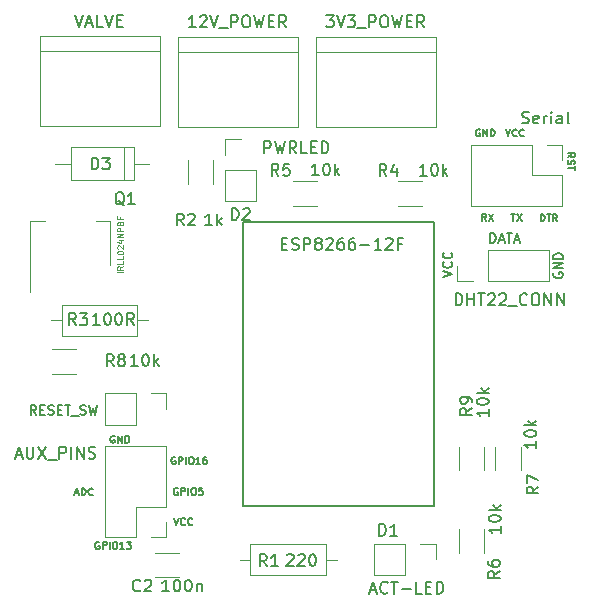
<source format=gto>
%TF.GenerationSoftware,KiCad,Pcbnew,4.0.6*%
%TF.CreationDate,2017-06-22T12:26:56+02:00*%
%TF.ProjectId,esp8266_irrigation_system,657370383236365F6972726967617469,rev?*%
%TF.FileFunction,Legend,Top*%
%FSLAX46Y46*%
G04 Gerber Fmt 4.6, Leading zero omitted, Abs format (unit mm)*
G04 Created by KiCad (PCBNEW 4.0.6) date Thu Jun 22 12:26:56 2017*
%MOMM*%
%LPD*%
G01*
G04 APERTURE LIST*
%ADD10C,0.100000*%
%ADD11C,0.150000*%
%ADD12C,0.200000*%
%ADD13C,0.120000*%
%ADD14C,0.125000*%
G04 APERTURE END LIST*
D10*
D11*
X122780572Y-101604800D02*
X122723429Y-101576229D01*
X122637715Y-101576229D01*
X122552000Y-101604800D01*
X122494858Y-101661943D01*
X122466286Y-101719086D01*
X122437715Y-101833371D01*
X122437715Y-101919086D01*
X122466286Y-102033371D01*
X122494858Y-102090514D01*
X122552000Y-102147657D01*
X122637715Y-102176229D01*
X122694858Y-102176229D01*
X122780572Y-102147657D01*
X122809143Y-102119086D01*
X122809143Y-101919086D01*
X122694858Y-101919086D01*
X123066286Y-102176229D02*
X123066286Y-101576229D01*
X123294858Y-101576229D01*
X123352000Y-101604800D01*
X123380572Y-101633371D01*
X123409143Y-101690514D01*
X123409143Y-101776229D01*
X123380572Y-101833371D01*
X123352000Y-101861943D01*
X123294858Y-101890514D01*
X123066286Y-101890514D01*
X123666286Y-102176229D02*
X123666286Y-101576229D01*
X124066286Y-101576229D02*
X124180572Y-101576229D01*
X124237714Y-101604800D01*
X124294857Y-101661943D01*
X124323429Y-101776229D01*
X124323429Y-101976229D01*
X124294857Y-102090514D01*
X124237714Y-102147657D01*
X124180572Y-102176229D01*
X124066286Y-102176229D01*
X124009143Y-102147657D01*
X123952000Y-102090514D01*
X123923429Y-101976229D01*
X123923429Y-101776229D01*
X123952000Y-101661943D01*
X124009143Y-101604800D01*
X124066286Y-101576229D01*
X124894857Y-102176229D02*
X124552000Y-102176229D01*
X124723428Y-102176229D02*
X124723428Y-101576229D01*
X124666285Y-101661943D01*
X124609143Y-101719086D01*
X124552000Y-101747657D01*
X125094857Y-101576229D02*
X125466286Y-101576229D01*
X125266286Y-101804800D01*
X125352000Y-101804800D01*
X125409143Y-101833371D01*
X125437714Y-101861943D01*
X125466286Y-101919086D01*
X125466286Y-102061943D01*
X125437714Y-102119086D01*
X125409143Y-102147657D01*
X125352000Y-102176229D01*
X125180572Y-102176229D01*
X125123429Y-102147657D01*
X125094857Y-102119086D01*
X120745343Y-97483600D02*
X121031057Y-97483600D01*
X120688200Y-97655029D02*
X120888200Y-97055029D01*
X121088200Y-97655029D01*
X121288200Y-97655029D02*
X121288200Y-97055029D01*
X121431057Y-97055029D01*
X121516772Y-97083600D01*
X121573914Y-97140743D01*
X121602486Y-97197886D01*
X121631057Y-97312171D01*
X121631057Y-97397886D01*
X121602486Y-97512171D01*
X121573914Y-97569314D01*
X121516772Y-97626457D01*
X121431057Y-97655029D01*
X121288200Y-97655029D01*
X122231057Y-97597886D02*
X122202486Y-97626457D01*
X122116772Y-97655029D01*
X122059629Y-97655029D01*
X121973914Y-97626457D01*
X121916772Y-97569314D01*
X121888200Y-97512171D01*
X121859629Y-97397886D01*
X121859629Y-97312171D01*
X121888200Y-97197886D01*
X121916772Y-97140743D01*
X121973914Y-97083600D01*
X122059629Y-97055029D01*
X122116772Y-97055029D01*
X122202486Y-97083600D01*
X122231057Y-97112171D01*
X129441686Y-97032800D02*
X129384543Y-97004229D01*
X129298829Y-97004229D01*
X129213114Y-97032800D01*
X129155972Y-97089943D01*
X129127400Y-97147086D01*
X129098829Y-97261371D01*
X129098829Y-97347086D01*
X129127400Y-97461371D01*
X129155972Y-97518514D01*
X129213114Y-97575657D01*
X129298829Y-97604229D01*
X129355972Y-97604229D01*
X129441686Y-97575657D01*
X129470257Y-97547086D01*
X129470257Y-97347086D01*
X129355972Y-97347086D01*
X129727400Y-97604229D02*
X129727400Y-97004229D01*
X129955972Y-97004229D01*
X130013114Y-97032800D01*
X130041686Y-97061371D01*
X130070257Y-97118514D01*
X130070257Y-97204229D01*
X130041686Y-97261371D01*
X130013114Y-97289943D01*
X129955972Y-97318514D01*
X129727400Y-97318514D01*
X130327400Y-97604229D02*
X130327400Y-97004229D01*
X130727400Y-97004229D02*
X130841686Y-97004229D01*
X130898828Y-97032800D01*
X130955971Y-97089943D01*
X130984543Y-97204229D01*
X130984543Y-97404229D01*
X130955971Y-97518514D01*
X130898828Y-97575657D01*
X130841686Y-97604229D01*
X130727400Y-97604229D01*
X130670257Y-97575657D01*
X130613114Y-97518514D01*
X130584543Y-97404229D01*
X130584543Y-97204229D01*
X130613114Y-97089943D01*
X130670257Y-97032800D01*
X130727400Y-97004229D01*
X131527399Y-97004229D02*
X131241685Y-97004229D01*
X131213114Y-97289943D01*
X131241685Y-97261371D01*
X131298828Y-97232800D01*
X131441685Y-97232800D01*
X131498828Y-97261371D01*
X131527399Y-97289943D01*
X131555971Y-97347086D01*
X131555971Y-97489943D01*
X131527399Y-97547086D01*
X131498828Y-97575657D01*
X131441685Y-97604229D01*
X131298828Y-97604229D01*
X131241685Y-97575657D01*
X131213114Y-97547086D01*
X129232172Y-94416600D02*
X129175029Y-94388029D01*
X129089315Y-94388029D01*
X129003600Y-94416600D01*
X128946458Y-94473743D01*
X128917886Y-94530886D01*
X128889315Y-94645171D01*
X128889315Y-94730886D01*
X128917886Y-94845171D01*
X128946458Y-94902314D01*
X129003600Y-94959457D01*
X129089315Y-94988029D01*
X129146458Y-94988029D01*
X129232172Y-94959457D01*
X129260743Y-94930886D01*
X129260743Y-94730886D01*
X129146458Y-94730886D01*
X129517886Y-94988029D02*
X129517886Y-94388029D01*
X129746458Y-94388029D01*
X129803600Y-94416600D01*
X129832172Y-94445171D01*
X129860743Y-94502314D01*
X129860743Y-94588029D01*
X129832172Y-94645171D01*
X129803600Y-94673743D01*
X129746458Y-94702314D01*
X129517886Y-94702314D01*
X130117886Y-94988029D02*
X130117886Y-94388029D01*
X130517886Y-94388029D02*
X130632172Y-94388029D01*
X130689314Y-94416600D01*
X130746457Y-94473743D01*
X130775029Y-94588029D01*
X130775029Y-94788029D01*
X130746457Y-94902314D01*
X130689314Y-94959457D01*
X130632172Y-94988029D01*
X130517886Y-94988029D01*
X130460743Y-94959457D01*
X130403600Y-94902314D01*
X130375029Y-94788029D01*
X130375029Y-94588029D01*
X130403600Y-94473743D01*
X130460743Y-94416600D01*
X130517886Y-94388029D01*
X131346457Y-94988029D02*
X131003600Y-94988029D01*
X131175028Y-94988029D02*
X131175028Y-94388029D01*
X131117885Y-94473743D01*
X131060743Y-94530886D01*
X131003600Y-94559457D01*
X131860743Y-94388029D02*
X131746457Y-94388029D01*
X131689314Y-94416600D01*
X131660743Y-94445171D01*
X131603600Y-94530886D01*
X131575029Y-94645171D01*
X131575029Y-94873743D01*
X131603600Y-94930886D01*
X131632172Y-94959457D01*
X131689314Y-94988029D01*
X131803600Y-94988029D01*
X131860743Y-94959457D01*
X131889314Y-94930886D01*
X131917886Y-94873743D01*
X131917886Y-94730886D01*
X131889314Y-94673743D01*
X131860743Y-94645171D01*
X131803600Y-94616600D01*
X131689314Y-94616600D01*
X131632172Y-94645171D01*
X131603600Y-94673743D01*
X131575029Y-94730886D01*
X129121000Y-99569629D02*
X129321000Y-100169629D01*
X129521000Y-99569629D01*
X130063857Y-100112486D02*
X130035286Y-100141057D01*
X129949572Y-100169629D01*
X129892429Y-100169629D01*
X129806714Y-100141057D01*
X129749572Y-100083914D01*
X129721000Y-100026771D01*
X129692429Y-99912486D01*
X129692429Y-99826771D01*
X129721000Y-99712486D01*
X129749572Y-99655343D01*
X129806714Y-99598200D01*
X129892429Y-99569629D01*
X129949572Y-99569629D01*
X130035286Y-99598200D01*
X130063857Y-99626771D01*
X130663857Y-100112486D02*
X130635286Y-100141057D01*
X130549572Y-100169629D01*
X130492429Y-100169629D01*
X130406714Y-100141057D01*
X130349572Y-100083914D01*
X130321000Y-100026771D01*
X130292429Y-99912486D01*
X130292429Y-99826771D01*
X130321000Y-99712486D01*
X130349572Y-99655343D01*
X130406714Y-99598200D01*
X130492429Y-99569629D01*
X130549572Y-99569629D01*
X130635286Y-99598200D01*
X130663857Y-99626771D01*
X124079058Y-92613200D02*
X124021915Y-92584629D01*
X123936201Y-92584629D01*
X123850486Y-92613200D01*
X123793344Y-92670343D01*
X123764772Y-92727486D01*
X123736201Y-92841771D01*
X123736201Y-92927486D01*
X123764772Y-93041771D01*
X123793344Y-93098914D01*
X123850486Y-93156057D01*
X123936201Y-93184629D01*
X123993344Y-93184629D01*
X124079058Y-93156057D01*
X124107629Y-93127486D01*
X124107629Y-92927486D01*
X123993344Y-92927486D01*
X124364772Y-93184629D02*
X124364772Y-92584629D01*
X124707629Y-93184629D01*
X124707629Y-92584629D01*
X124993343Y-93184629D02*
X124993343Y-92584629D01*
X125136200Y-92584629D01*
X125221915Y-92613200D01*
X125279057Y-92670343D01*
X125307629Y-92727486D01*
X125336200Y-92841771D01*
X125336200Y-92927486D01*
X125307629Y-93041771D01*
X125279057Y-93098914D01*
X125221915Y-93156057D01*
X125136200Y-93184629D01*
X124993343Y-93184629D01*
X157188000Y-66651229D02*
X157388000Y-67251229D01*
X157588000Y-66651229D01*
X158130857Y-67194086D02*
X158102286Y-67222657D01*
X158016572Y-67251229D01*
X157959429Y-67251229D01*
X157873714Y-67222657D01*
X157816572Y-67165514D01*
X157788000Y-67108371D01*
X157759429Y-66994086D01*
X157759429Y-66908371D01*
X157788000Y-66794086D01*
X157816572Y-66736943D01*
X157873714Y-66679800D01*
X157959429Y-66651229D01*
X158016572Y-66651229D01*
X158102286Y-66679800D01*
X158130857Y-66708371D01*
X158730857Y-67194086D02*
X158702286Y-67222657D01*
X158616572Y-67251229D01*
X158559429Y-67251229D01*
X158473714Y-67222657D01*
X158416572Y-67165514D01*
X158388000Y-67108371D01*
X158359429Y-66994086D01*
X158359429Y-66908371D01*
X158388000Y-66794086D01*
X158416572Y-66736943D01*
X158473714Y-66679800D01*
X158559429Y-66651229D01*
X158616572Y-66651229D01*
X158702286Y-66679800D01*
X158730857Y-66708371D01*
X155551200Y-74388629D02*
X155351200Y-74102914D01*
X155208343Y-74388629D02*
X155208343Y-73788629D01*
X155436915Y-73788629D01*
X155494057Y-73817200D01*
X155522629Y-73845771D01*
X155551200Y-73902914D01*
X155551200Y-73988629D01*
X155522629Y-74045771D01*
X155494057Y-74074343D01*
X155436915Y-74102914D01*
X155208343Y-74102914D01*
X155751200Y-73788629D02*
X156151200Y-74388629D01*
X156151200Y-73788629D02*
X155751200Y-74388629D01*
X157657857Y-73788629D02*
X158000714Y-73788629D01*
X157829285Y-74388629D02*
X157829285Y-73788629D01*
X158143571Y-73788629D02*
X158543571Y-74388629D01*
X158543571Y-73788629D02*
X158143571Y-74388629D01*
X160147086Y-74439429D02*
X160147086Y-73839429D01*
X160289943Y-73839429D01*
X160375658Y-73868000D01*
X160432800Y-73925143D01*
X160461372Y-73982286D01*
X160489943Y-74096571D01*
X160489943Y-74182286D01*
X160461372Y-74296571D01*
X160432800Y-74353714D01*
X160375658Y-74410857D01*
X160289943Y-74439429D01*
X160147086Y-74439429D01*
X160661372Y-73839429D02*
X161004229Y-73839429D01*
X160832800Y-74439429D02*
X160832800Y-73839429D01*
X161547086Y-74439429D02*
X161347086Y-74153714D01*
X161204229Y-74439429D02*
X161204229Y-73839429D01*
X161432801Y-73839429D01*
X161489943Y-73868000D01*
X161518515Y-73896571D01*
X161547086Y-73953714D01*
X161547086Y-74039429D01*
X161518515Y-74096571D01*
X161489943Y-74125143D01*
X161432801Y-74153714D01*
X161204229Y-74153714D01*
X162440971Y-69038828D02*
X162726686Y-68838828D01*
X162440971Y-68695971D02*
X163040971Y-68695971D01*
X163040971Y-68924543D01*
X163012400Y-68981685D01*
X162983829Y-69010257D01*
X162926686Y-69038828D01*
X162840971Y-69038828D01*
X162783829Y-69010257D01*
X162755257Y-68981685D01*
X162726686Y-68924543D01*
X162726686Y-68695971D01*
X162469543Y-69267400D02*
X162440971Y-69353114D01*
X162440971Y-69495971D01*
X162469543Y-69553114D01*
X162498114Y-69581685D01*
X162555257Y-69610257D01*
X162612400Y-69610257D01*
X162669543Y-69581685D01*
X162698114Y-69553114D01*
X162726686Y-69495971D01*
X162755257Y-69381685D01*
X162783829Y-69324543D01*
X162812400Y-69295971D01*
X162869543Y-69267400D01*
X162926686Y-69267400D01*
X162983829Y-69295971D01*
X163012400Y-69324543D01*
X163040971Y-69381685D01*
X163040971Y-69524543D01*
X163012400Y-69610257D01*
X163040971Y-69781686D02*
X163040971Y-70124543D01*
X162440971Y-69953114D02*
X163040971Y-69953114D01*
X155016258Y-66679800D02*
X154959115Y-66651229D01*
X154873401Y-66651229D01*
X154787686Y-66679800D01*
X154730544Y-66736943D01*
X154701972Y-66794086D01*
X154673401Y-66908371D01*
X154673401Y-66994086D01*
X154701972Y-67108371D01*
X154730544Y-67165514D01*
X154787686Y-67222657D01*
X154873401Y-67251229D01*
X154930544Y-67251229D01*
X155016258Y-67222657D01*
X155044829Y-67194086D01*
X155044829Y-66994086D01*
X154930544Y-66994086D01*
X155301972Y-67251229D02*
X155301972Y-66651229D01*
X155644829Y-67251229D01*
X155644829Y-66651229D01*
X155930543Y-67251229D02*
X155930543Y-66651229D01*
X156073400Y-66651229D01*
X156159115Y-66679800D01*
X156216257Y-66736943D01*
X156244829Y-66794086D01*
X156273400Y-66908371D01*
X156273400Y-66994086D01*
X156244829Y-67108371D01*
X156216257Y-67165514D01*
X156159115Y-67222657D01*
X156073400Y-67251229D01*
X155930543Y-67251229D01*
D12*
X155899000Y-76257105D02*
X155899000Y-75457105D01*
X156089476Y-75457105D01*
X156203762Y-75495200D01*
X156279953Y-75571390D01*
X156318048Y-75647581D01*
X156356143Y-75799962D01*
X156356143Y-75914248D01*
X156318048Y-76066629D01*
X156279953Y-76142819D01*
X156203762Y-76219010D01*
X156089476Y-76257105D01*
X155899000Y-76257105D01*
X156660905Y-76028533D02*
X157041857Y-76028533D01*
X156584714Y-76257105D02*
X156851381Y-75457105D01*
X157118048Y-76257105D01*
X157270428Y-75457105D02*
X157727571Y-75457105D01*
X157499000Y-76257105D02*
X157499000Y-75457105D01*
X157956143Y-76028533D02*
X158337095Y-76028533D01*
X157879952Y-76257105D02*
X158146619Y-75457105D01*
X158413286Y-76257105D01*
X161271000Y-78816123D02*
X161232905Y-78892314D01*
X161232905Y-79006599D01*
X161271000Y-79120885D01*
X161347190Y-79197076D01*
X161423381Y-79235171D01*
X161575762Y-79273266D01*
X161690048Y-79273266D01*
X161842429Y-79235171D01*
X161918619Y-79197076D01*
X161994810Y-79120885D01*
X162032905Y-79006599D01*
X162032905Y-78930409D01*
X161994810Y-78816123D01*
X161956714Y-78778028D01*
X161690048Y-78778028D01*
X161690048Y-78930409D01*
X162032905Y-78435171D02*
X161232905Y-78435171D01*
X162032905Y-77978028D01*
X161232905Y-77978028D01*
X162032905Y-77597076D02*
X161232905Y-77597076D01*
X161232905Y-77406600D01*
X161271000Y-77292314D01*
X161347190Y-77216123D01*
X161423381Y-77178028D01*
X161575762Y-77139933D01*
X161690048Y-77139933D01*
X161842429Y-77178028D01*
X161918619Y-77216123D01*
X161994810Y-77292314D01*
X162032905Y-77406600D01*
X162032905Y-77597076D01*
X151860305Y-79146267D02*
X152660305Y-78879600D01*
X151860305Y-78612933D01*
X152584114Y-77889124D02*
X152622210Y-77927219D01*
X152660305Y-78041505D01*
X152660305Y-78117695D01*
X152622210Y-78231981D01*
X152546019Y-78308172D01*
X152469829Y-78346267D01*
X152317448Y-78384362D01*
X152203162Y-78384362D01*
X152050781Y-78346267D01*
X151974590Y-78308172D01*
X151898400Y-78231981D01*
X151860305Y-78117695D01*
X151860305Y-78041505D01*
X151898400Y-77927219D01*
X151936495Y-77889124D01*
X152584114Y-77089124D02*
X152622210Y-77127219D01*
X152660305Y-77241505D01*
X152660305Y-77317695D01*
X152622210Y-77431981D01*
X152546019Y-77508172D01*
X152469829Y-77546267D01*
X152317448Y-77584362D01*
X152203162Y-77584362D01*
X152050781Y-77546267D01*
X151974590Y-77508172D01*
X151898400Y-77431981D01*
X151860305Y-77317695D01*
X151860305Y-77241505D01*
X151898400Y-77127219D01*
X151936495Y-77089124D01*
D13*
X141995600Y-104408600D02*
X141995600Y-101788600D01*
X141995600Y-101788600D02*
X135575600Y-101788600D01*
X135575600Y-101788600D02*
X135575600Y-104408600D01*
X135575600Y-104408600D02*
X141995600Y-104408600D01*
X142885600Y-103098600D02*
X141995600Y-103098600D01*
X134685600Y-103098600D02*
X135575600Y-103098600D01*
X125697600Y-70980600D02*
X125697600Y-68160600D01*
X125697600Y-68160600D02*
X120377600Y-68160600D01*
X120377600Y-68160600D02*
X120377600Y-70980600D01*
X120377600Y-70980600D02*
X125697600Y-70980600D01*
X127037600Y-69570600D02*
X125697600Y-69570600D01*
X119037600Y-69570600D02*
X120377600Y-69570600D01*
X124857600Y-70980600D02*
X124857600Y-68160600D01*
X117729000Y-60045600D02*
X127889000Y-60045600D01*
X117729000Y-58775600D02*
X117729000Y-66395600D01*
X117729000Y-66395600D02*
X127889000Y-66395600D01*
X127889000Y-66395600D02*
X127889000Y-58775600D01*
X127889000Y-58775600D02*
X117729000Y-58775600D01*
X129413000Y-60096400D02*
X139573000Y-60096400D01*
X129413000Y-58826400D02*
X129413000Y-66446400D01*
X129413000Y-66446400D02*
X139573000Y-66446400D01*
X139573000Y-66446400D02*
X139573000Y-58826400D01*
X139573000Y-58826400D02*
X129413000Y-58826400D01*
X159385000Y-67961200D02*
X154245000Y-67961200D01*
X154245000Y-67961200D02*
X154245000Y-73161200D01*
X154245000Y-73161200D02*
X161985000Y-73161200D01*
X161985000Y-73161200D02*
X161985000Y-70561200D01*
X161985000Y-70561200D02*
X159385000Y-70561200D01*
X159385000Y-70561200D02*
X159385000Y-67961200D01*
X160655000Y-67961200D02*
X161985000Y-67961200D01*
X161985000Y-67961200D02*
X161985000Y-69291200D01*
X155702000Y-79536600D02*
X160842000Y-79536600D01*
X160842000Y-79536600D02*
X160842000Y-76876600D01*
X160842000Y-76876600D02*
X155702000Y-76876600D01*
X155702000Y-76876600D02*
X155702000Y-79536600D01*
X154432000Y-79536600D02*
X153102000Y-79536600D01*
X153102000Y-79536600D02*
X153102000Y-78206600D01*
X132438800Y-69288400D02*
X132438800Y-71288400D01*
X130298800Y-71288400D02*
X130298800Y-69288400D01*
X148072600Y-70989800D02*
X150072600Y-70989800D01*
X150072600Y-73129800D02*
X148072600Y-73129800D01*
X141208000Y-73129800D02*
X139208000Y-73129800D01*
X139208000Y-70989800D02*
X141208000Y-70989800D01*
X155400400Y-100523800D02*
X155400400Y-102523800D01*
X153260400Y-102523800D02*
X153260400Y-100523800D01*
X158473800Y-93538800D02*
X158473800Y-95538800D01*
X156333800Y-95538800D02*
X156333800Y-93538800D01*
X125857000Y-88992400D02*
X123257000Y-88992400D01*
X123257000Y-88992400D02*
X123257000Y-91652400D01*
X123257000Y-91652400D02*
X125857000Y-91652400D01*
X125857000Y-91652400D02*
X125857000Y-88992400D01*
X127127000Y-88992400D02*
X128457000Y-88992400D01*
X128457000Y-88992400D02*
X128457000Y-90322400D01*
D11*
X134988300Y-74510900D02*
X151117300Y-74510900D01*
X151117300Y-74510900D02*
X151117300Y-98577400D01*
X151117300Y-98577400D02*
X134988300Y-98513900D01*
X134988300Y-98513900D02*
X134988300Y-74510900D01*
D13*
X148666200Y-101743200D02*
X146066200Y-101743200D01*
X146066200Y-101743200D02*
X146066200Y-104403200D01*
X146066200Y-104403200D02*
X148666200Y-104403200D01*
X148666200Y-104403200D02*
X148666200Y-101743200D01*
X149936200Y-101743200D02*
X151266200Y-101743200D01*
X151266200Y-101743200D02*
X151266200Y-103073200D01*
X133417000Y-70104000D02*
X133417000Y-72704000D01*
X133417000Y-72704000D02*
X136077000Y-72704000D01*
X136077000Y-72704000D02*
X136077000Y-70104000D01*
X136077000Y-70104000D02*
X133417000Y-70104000D01*
X133417000Y-68834000D02*
X133417000Y-67504000D01*
X133417000Y-67504000D02*
X134747000Y-67504000D01*
X127524000Y-104550400D02*
X129524000Y-104550400D01*
X129524000Y-102510400D02*
X127524000Y-102510400D01*
X141097000Y-60096400D02*
X151257000Y-60096400D01*
X141097000Y-58826400D02*
X141097000Y-66446400D01*
X141097000Y-66446400D02*
X151257000Y-66446400D01*
X151257000Y-66446400D02*
X151257000Y-58826400D01*
X151257000Y-58826400D02*
X141097000Y-58826400D01*
X128457000Y-98602800D02*
X128457000Y-93462800D01*
X128457000Y-93462800D02*
X123257000Y-93462800D01*
X123257000Y-93462800D02*
X123257000Y-101202800D01*
X123257000Y-101202800D02*
X125857000Y-101202800D01*
X125857000Y-101202800D02*
X125857000Y-98602800D01*
X125857000Y-98602800D02*
X128457000Y-98602800D01*
X128457000Y-99872800D02*
X128457000Y-101202800D01*
X128457000Y-101202800D02*
X127127000Y-101202800D01*
X123729800Y-74417000D02*
X122469800Y-74417000D01*
X116909800Y-74417000D02*
X118169800Y-74417000D01*
X123729800Y-78177000D02*
X123729800Y-74417000D01*
X116909800Y-80427000D02*
X116909800Y-74417000D01*
X119599000Y-81494000D02*
X119599000Y-84114000D01*
X119599000Y-84114000D02*
X126019000Y-84114000D01*
X126019000Y-84114000D02*
X126019000Y-81494000D01*
X126019000Y-81494000D02*
X119599000Y-81494000D01*
X118709000Y-82804000D02*
X119599000Y-82804000D01*
X126909000Y-82804000D02*
X126019000Y-82804000D01*
X120793000Y-87404600D02*
X118793000Y-87404600D01*
X118793000Y-85264600D02*
X120793000Y-85264600D01*
X155400400Y-93538800D02*
X155400400Y-95538800D01*
X153260400Y-95538800D02*
X153260400Y-93538800D01*
D11*
X136967934Y-103652581D02*
X136634600Y-103176390D01*
X136396505Y-103652581D02*
X136396505Y-102652581D01*
X136777458Y-102652581D01*
X136872696Y-102700200D01*
X136920315Y-102747819D01*
X136967934Y-102843057D01*
X136967934Y-102985914D01*
X136920315Y-103081152D01*
X136872696Y-103128771D01*
X136777458Y-103176390D01*
X136396505Y-103176390D01*
X137920315Y-103652581D02*
X137348886Y-103652581D01*
X137634600Y-103652581D02*
X137634600Y-102652581D01*
X137539362Y-102795438D01*
X137444124Y-102890676D01*
X137348886Y-102938295D01*
X138665105Y-102722419D02*
X138712724Y-102674800D01*
X138807962Y-102627181D01*
X139046058Y-102627181D01*
X139141296Y-102674800D01*
X139188915Y-102722419D01*
X139236534Y-102817657D01*
X139236534Y-102912895D01*
X139188915Y-103055752D01*
X138617486Y-103627181D01*
X139236534Y-103627181D01*
X139617486Y-102722419D02*
X139665105Y-102674800D01*
X139760343Y-102627181D01*
X139998439Y-102627181D01*
X140093677Y-102674800D01*
X140141296Y-102722419D01*
X140188915Y-102817657D01*
X140188915Y-102912895D01*
X140141296Y-103055752D01*
X139569867Y-103627181D01*
X140188915Y-103627181D01*
X140807962Y-102627181D02*
X140903201Y-102627181D01*
X140998439Y-102674800D01*
X141046058Y-102722419D01*
X141093677Y-102817657D01*
X141141296Y-103008133D01*
X141141296Y-103246229D01*
X141093677Y-103436705D01*
X141046058Y-103531943D01*
X140998439Y-103579562D01*
X140903201Y-103627181D01*
X140807962Y-103627181D01*
X140712724Y-103579562D01*
X140665105Y-103531943D01*
X140617486Y-103436705D01*
X140569867Y-103246229D01*
X140569867Y-103008133D01*
X140617486Y-102817657D01*
X140665105Y-102722419D01*
X140712724Y-102674800D01*
X140807962Y-102627181D01*
X122147105Y-70048381D02*
X122147105Y-69048381D01*
X122385200Y-69048381D01*
X122528058Y-69096000D01*
X122623296Y-69191238D01*
X122670915Y-69286476D01*
X122718534Y-69476952D01*
X122718534Y-69619810D01*
X122670915Y-69810286D01*
X122623296Y-69905524D01*
X122528058Y-70000762D01*
X122385200Y-70048381D01*
X122147105Y-70048381D01*
X123051867Y-69048381D02*
X123670915Y-69048381D01*
X123337581Y-69429333D01*
X123480439Y-69429333D01*
X123575677Y-69476952D01*
X123623296Y-69524571D01*
X123670915Y-69619810D01*
X123670915Y-69857905D01*
X123623296Y-69953143D01*
X123575677Y-70000762D01*
X123480439Y-70048381D01*
X123194724Y-70048381D01*
X123099486Y-70000762D01*
X123051867Y-69953143D01*
X120761381Y-56957981D02*
X121094714Y-57957981D01*
X121428048Y-56957981D01*
X121713762Y-57672267D02*
X122189953Y-57672267D01*
X121618524Y-57957981D02*
X121951857Y-56957981D01*
X122285191Y-57957981D01*
X123094715Y-57957981D02*
X122618524Y-57957981D01*
X122618524Y-56957981D01*
X123285191Y-56957981D02*
X123618524Y-57957981D01*
X123951858Y-56957981D01*
X124285191Y-57434171D02*
X124618525Y-57434171D01*
X124761382Y-57957981D02*
X124285191Y-57957981D01*
X124285191Y-56957981D01*
X124761382Y-56957981D01*
X130945381Y-58008781D02*
X130373952Y-58008781D01*
X130659666Y-58008781D02*
X130659666Y-57008781D01*
X130564428Y-57151638D01*
X130469190Y-57246876D01*
X130373952Y-57294495D01*
X131326333Y-57104019D02*
X131373952Y-57056400D01*
X131469190Y-57008781D01*
X131707286Y-57008781D01*
X131802524Y-57056400D01*
X131850143Y-57104019D01*
X131897762Y-57199257D01*
X131897762Y-57294495D01*
X131850143Y-57437352D01*
X131278714Y-58008781D01*
X131897762Y-58008781D01*
X132183476Y-57008781D02*
X132516809Y-58008781D01*
X132850143Y-57008781D01*
X132945381Y-58104019D02*
X133707286Y-58104019D01*
X133945381Y-58008781D02*
X133945381Y-57008781D01*
X134326334Y-57008781D01*
X134421572Y-57056400D01*
X134469191Y-57104019D01*
X134516810Y-57199257D01*
X134516810Y-57342114D01*
X134469191Y-57437352D01*
X134421572Y-57484971D01*
X134326334Y-57532590D01*
X133945381Y-57532590D01*
X135135857Y-57008781D02*
X135326334Y-57008781D01*
X135421572Y-57056400D01*
X135516810Y-57151638D01*
X135564429Y-57342114D01*
X135564429Y-57675448D01*
X135516810Y-57865924D01*
X135421572Y-57961162D01*
X135326334Y-58008781D01*
X135135857Y-58008781D01*
X135040619Y-57961162D01*
X134945381Y-57865924D01*
X134897762Y-57675448D01*
X134897762Y-57342114D01*
X134945381Y-57151638D01*
X135040619Y-57056400D01*
X135135857Y-57008781D01*
X135897762Y-57008781D02*
X136135857Y-58008781D01*
X136326334Y-57294495D01*
X136516810Y-58008781D01*
X136754905Y-57008781D01*
X137135857Y-57484971D02*
X137469191Y-57484971D01*
X137612048Y-58008781D02*
X137135857Y-58008781D01*
X137135857Y-57008781D01*
X137612048Y-57008781D01*
X138612048Y-58008781D02*
X138278714Y-57532590D01*
X138040619Y-58008781D02*
X138040619Y-57008781D01*
X138421572Y-57008781D01*
X138516810Y-57056400D01*
X138564429Y-57104019D01*
X138612048Y-57199257D01*
X138612048Y-57342114D01*
X138564429Y-57437352D01*
X138516810Y-57484971D01*
X138421572Y-57532590D01*
X138040619Y-57532590D01*
X158577209Y-66114562D02*
X158720066Y-66162181D01*
X158958162Y-66162181D01*
X159053400Y-66114562D01*
X159101019Y-66066943D01*
X159148638Y-65971705D01*
X159148638Y-65876467D01*
X159101019Y-65781229D01*
X159053400Y-65733610D01*
X158958162Y-65685990D01*
X158767685Y-65638371D01*
X158672447Y-65590752D01*
X158624828Y-65543133D01*
X158577209Y-65447895D01*
X158577209Y-65352657D01*
X158624828Y-65257419D01*
X158672447Y-65209800D01*
X158767685Y-65162181D01*
X159005781Y-65162181D01*
X159148638Y-65209800D01*
X159958162Y-66114562D02*
X159862924Y-66162181D01*
X159672447Y-66162181D01*
X159577209Y-66114562D01*
X159529590Y-66019324D01*
X159529590Y-65638371D01*
X159577209Y-65543133D01*
X159672447Y-65495514D01*
X159862924Y-65495514D01*
X159958162Y-65543133D01*
X160005781Y-65638371D01*
X160005781Y-65733610D01*
X159529590Y-65828848D01*
X160434352Y-66162181D02*
X160434352Y-65495514D01*
X160434352Y-65685990D02*
X160481971Y-65590752D01*
X160529590Y-65543133D01*
X160624828Y-65495514D01*
X160720067Y-65495514D01*
X161053400Y-66162181D02*
X161053400Y-65495514D01*
X161053400Y-65162181D02*
X161005781Y-65209800D01*
X161053400Y-65257419D01*
X161101019Y-65209800D01*
X161053400Y-65162181D01*
X161053400Y-65257419D01*
X161958162Y-66162181D02*
X161958162Y-65638371D01*
X161910543Y-65543133D01*
X161815305Y-65495514D01*
X161624828Y-65495514D01*
X161529590Y-65543133D01*
X161958162Y-66114562D02*
X161862924Y-66162181D01*
X161624828Y-66162181D01*
X161529590Y-66114562D01*
X161481971Y-66019324D01*
X161481971Y-65924086D01*
X161529590Y-65828848D01*
X161624828Y-65781229D01*
X161862924Y-65781229D01*
X161958162Y-65733610D01*
X162577209Y-66162181D02*
X162481971Y-66114562D01*
X162434352Y-66019324D01*
X162434352Y-65162181D01*
X152959371Y-81554581D02*
X152959371Y-80554581D01*
X153197466Y-80554581D01*
X153340324Y-80602200D01*
X153435562Y-80697438D01*
X153483181Y-80792676D01*
X153530800Y-80983152D01*
X153530800Y-81126010D01*
X153483181Y-81316486D01*
X153435562Y-81411724D01*
X153340324Y-81506962D01*
X153197466Y-81554581D01*
X152959371Y-81554581D01*
X153959371Y-81554581D02*
X153959371Y-80554581D01*
X153959371Y-81030771D02*
X154530800Y-81030771D01*
X154530800Y-81554581D02*
X154530800Y-80554581D01*
X154864133Y-80554581D02*
X155435562Y-80554581D01*
X155149847Y-81554581D02*
X155149847Y-80554581D01*
X155721276Y-80649819D02*
X155768895Y-80602200D01*
X155864133Y-80554581D01*
X156102229Y-80554581D01*
X156197467Y-80602200D01*
X156245086Y-80649819D01*
X156292705Y-80745057D01*
X156292705Y-80840295D01*
X156245086Y-80983152D01*
X155673657Y-81554581D01*
X156292705Y-81554581D01*
X156673657Y-80649819D02*
X156721276Y-80602200D01*
X156816514Y-80554581D01*
X157054610Y-80554581D01*
X157149848Y-80602200D01*
X157197467Y-80649819D01*
X157245086Y-80745057D01*
X157245086Y-80840295D01*
X157197467Y-80983152D01*
X156626038Y-81554581D01*
X157245086Y-81554581D01*
X157435562Y-81649819D02*
X158197467Y-81649819D01*
X159006991Y-81459343D02*
X158959372Y-81506962D01*
X158816515Y-81554581D01*
X158721277Y-81554581D01*
X158578419Y-81506962D01*
X158483181Y-81411724D01*
X158435562Y-81316486D01*
X158387943Y-81126010D01*
X158387943Y-80983152D01*
X158435562Y-80792676D01*
X158483181Y-80697438D01*
X158578419Y-80602200D01*
X158721277Y-80554581D01*
X158816515Y-80554581D01*
X158959372Y-80602200D01*
X159006991Y-80649819D01*
X159626038Y-80554581D02*
X159816515Y-80554581D01*
X159911753Y-80602200D01*
X160006991Y-80697438D01*
X160054610Y-80887914D01*
X160054610Y-81221248D01*
X160006991Y-81411724D01*
X159911753Y-81506962D01*
X159816515Y-81554581D01*
X159626038Y-81554581D01*
X159530800Y-81506962D01*
X159435562Y-81411724D01*
X159387943Y-81221248D01*
X159387943Y-80887914D01*
X159435562Y-80697438D01*
X159530800Y-80602200D01*
X159626038Y-80554581D01*
X160483181Y-81554581D02*
X160483181Y-80554581D01*
X161054610Y-81554581D01*
X161054610Y-80554581D01*
X161530800Y-81554581D02*
X161530800Y-80554581D01*
X162102229Y-81554581D01*
X162102229Y-80554581D01*
X129932134Y-74798181D02*
X129598800Y-74321990D01*
X129360705Y-74798181D02*
X129360705Y-73798181D01*
X129741658Y-73798181D01*
X129836896Y-73845800D01*
X129884515Y-73893419D01*
X129932134Y-73988657D01*
X129932134Y-74131514D01*
X129884515Y-74226752D01*
X129836896Y-74274371D01*
X129741658Y-74321990D01*
X129360705Y-74321990D01*
X130313086Y-73893419D02*
X130360705Y-73845800D01*
X130455943Y-73798181D01*
X130694039Y-73798181D01*
X130789277Y-73845800D01*
X130836896Y-73893419D01*
X130884515Y-73988657D01*
X130884515Y-74083895D01*
X130836896Y-74226752D01*
X130265467Y-74798181D01*
X130884515Y-74798181D01*
X132341953Y-74798181D02*
X131770524Y-74798181D01*
X132056238Y-74798181D02*
X132056238Y-73798181D01*
X131961000Y-73941038D01*
X131865762Y-74036276D01*
X131770524Y-74083895D01*
X132770524Y-74798181D02*
X132770524Y-73798181D01*
X132865762Y-74417229D02*
X133151477Y-74798181D01*
X133151477Y-74131514D02*
X132770524Y-74512467D01*
X147102534Y-70607181D02*
X146769200Y-70130990D01*
X146531105Y-70607181D02*
X146531105Y-69607181D01*
X146912058Y-69607181D01*
X147007296Y-69654800D01*
X147054915Y-69702419D01*
X147102534Y-69797657D01*
X147102534Y-69940514D01*
X147054915Y-70035752D01*
X147007296Y-70083371D01*
X146912058Y-70130990D01*
X146531105Y-70130990D01*
X147959677Y-69940514D02*
X147959677Y-70607181D01*
X147721581Y-69559562D02*
X147483486Y-70273848D01*
X148102534Y-70273848D01*
X150509362Y-70581781D02*
X149937933Y-70581781D01*
X150223647Y-70581781D02*
X150223647Y-69581781D01*
X150128409Y-69724638D01*
X150033171Y-69819876D01*
X149937933Y-69867495D01*
X151128409Y-69581781D02*
X151223648Y-69581781D01*
X151318886Y-69629400D01*
X151366505Y-69677019D01*
X151414124Y-69772257D01*
X151461743Y-69962733D01*
X151461743Y-70200829D01*
X151414124Y-70391305D01*
X151366505Y-70486543D01*
X151318886Y-70534162D01*
X151223648Y-70581781D01*
X151128409Y-70581781D01*
X151033171Y-70534162D01*
X150985552Y-70486543D01*
X150937933Y-70391305D01*
X150890314Y-70200829D01*
X150890314Y-69962733D01*
X150937933Y-69772257D01*
X150985552Y-69677019D01*
X151033171Y-69629400D01*
X151128409Y-69581781D01*
X151890314Y-70581781D02*
X151890314Y-69581781D01*
X151985552Y-70200829D02*
X152271267Y-70581781D01*
X152271267Y-69915114D02*
X151890314Y-70296067D01*
X137958534Y-70581781D02*
X137625200Y-70105590D01*
X137387105Y-70581781D02*
X137387105Y-69581781D01*
X137768058Y-69581781D01*
X137863296Y-69629400D01*
X137910915Y-69677019D01*
X137958534Y-69772257D01*
X137958534Y-69915114D01*
X137910915Y-70010352D01*
X137863296Y-70057971D01*
X137768058Y-70105590D01*
X137387105Y-70105590D01*
X138863296Y-69581781D02*
X138387105Y-69581781D01*
X138339486Y-70057971D01*
X138387105Y-70010352D01*
X138482343Y-69962733D01*
X138720439Y-69962733D01*
X138815677Y-70010352D01*
X138863296Y-70057971D01*
X138910915Y-70153210D01*
X138910915Y-70391305D01*
X138863296Y-70486543D01*
X138815677Y-70534162D01*
X138720439Y-70581781D01*
X138482343Y-70581781D01*
X138387105Y-70534162D01*
X138339486Y-70486543D01*
X141365362Y-70556381D02*
X140793933Y-70556381D01*
X141079647Y-70556381D02*
X141079647Y-69556381D01*
X140984409Y-69699238D01*
X140889171Y-69794476D01*
X140793933Y-69842095D01*
X141984409Y-69556381D02*
X142079648Y-69556381D01*
X142174886Y-69604000D01*
X142222505Y-69651619D01*
X142270124Y-69746857D01*
X142317743Y-69937333D01*
X142317743Y-70175429D01*
X142270124Y-70365905D01*
X142222505Y-70461143D01*
X142174886Y-70508762D01*
X142079648Y-70556381D01*
X141984409Y-70556381D01*
X141889171Y-70508762D01*
X141841552Y-70461143D01*
X141793933Y-70365905D01*
X141746314Y-70175429D01*
X141746314Y-69937333D01*
X141793933Y-69746857D01*
X141841552Y-69651619D01*
X141889171Y-69604000D01*
X141984409Y-69556381D01*
X142746314Y-70556381D02*
X142746314Y-69556381D01*
X142841552Y-70175429D02*
X143127267Y-70556381D01*
X143127267Y-69889714D02*
X142746314Y-70270667D01*
X156687781Y-104052666D02*
X156211590Y-104386000D01*
X156687781Y-104624095D02*
X155687781Y-104624095D01*
X155687781Y-104243142D01*
X155735400Y-104147904D01*
X155783019Y-104100285D01*
X155878257Y-104052666D01*
X156021114Y-104052666D01*
X156116352Y-104100285D01*
X156163971Y-104147904D01*
X156211590Y-104243142D01*
X156211590Y-104624095D01*
X155687781Y-103195523D02*
X155687781Y-103386000D01*
X155735400Y-103481238D01*
X155783019Y-103528857D01*
X155925876Y-103624095D01*
X156116352Y-103671714D01*
X156497305Y-103671714D01*
X156592543Y-103624095D01*
X156640162Y-103576476D01*
X156687781Y-103481238D01*
X156687781Y-103290761D01*
X156640162Y-103195523D01*
X156592543Y-103147904D01*
X156497305Y-103100285D01*
X156259210Y-103100285D01*
X156163971Y-103147904D01*
X156116352Y-103195523D01*
X156068733Y-103290761D01*
X156068733Y-103481238D01*
X156116352Y-103576476D01*
X156163971Y-103624095D01*
X156259210Y-103671714D01*
X156763981Y-100264838D02*
X156763981Y-100836267D01*
X156763981Y-100550553D02*
X155763981Y-100550553D01*
X155906838Y-100645791D01*
X156002076Y-100741029D01*
X156049695Y-100836267D01*
X155763981Y-99645791D02*
X155763981Y-99550552D01*
X155811600Y-99455314D01*
X155859219Y-99407695D01*
X155954457Y-99360076D01*
X156144933Y-99312457D01*
X156383029Y-99312457D01*
X156573505Y-99360076D01*
X156668743Y-99407695D01*
X156716362Y-99455314D01*
X156763981Y-99550552D01*
X156763981Y-99645791D01*
X156716362Y-99741029D01*
X156668743Y-99788648D01*
X156573505Y-99836267D01*
X156383029Y-99883886D01*
X156144933Y-99883886D01*
X155954457Y-99836267D01*
X155859219Y-99788648D01*
X155811600Y-99741029D01*
X155763981Y-99645791D01*
X156763981Y-98883886D02*
X155763981Y-98883886D01*
X156383029Y-98788648D02*
X156763981Y-98502933D01*
X156097314Y-98502933D02*
X156478267Y-98883886D01*
X159964381Y-96915266D02*
X159488190Y-97248600D01*
X159964381Y-97486695D02*
X158964381Y-97486695D01*
X158964381Y-97105742D01*
X159012000Y-97010504D01*
X159059619Y-96962885D01*
X159154857Y-96915266D01*
X159297714Y-96915266D01*
X159392952Y-96962885D01*
X159440571Y-97010504D01*
X159488190Y-97105742D01*
X159488190Y-97486695D01*
X158964381Y-96581933D02*
X158964381Y-95915266D01*
X159964381Y-96343838D01*
X159786581Y-93076638D02*
X159786581Y-93648067D01*
X159786581Y-93362353D02*
X158786581Y-93362353D01*
X158929438Y-93457591D01*
X159024676Y-93552829D01*
X159072295Y-93648067D01*
X158786581Y-92457591D02*
X158786581Y-92362352D01*
X158834200Y-92267114D01*
X158881819Y-92219495D01*
X158977057Y-92171876D01*
X159167533Y-92124257D01*
X159405629Y-92124257D01*
X159596105Y-92171876D01*
X159691343Y-92219495D01*
X159738962Y-92267114D01*
X159786581Y-92362352D01*
X159786581Y-92457591D01*
X159738962Y-92552829D01*
X159691343Y-92600448D01*
X159596105Y-92648067D01*
X159405629Y-92695686D01*
X159167533Y-92695686D01*
X158977057Y-92648067D01*
X158881819Y-92600448D01*
X158834200Y-92552829D01*
X158786581Y-92457591D01*
X159786581Y-91695686D02*
X158786581Y-91695686D01*
X159405629Y-91600448D02*
X159786581Y-91314733D01*
X159119914Y-91314733D02*
X159500867Y-91695686D01*
X117456237Y-90811305D02*
X117189570Y-90430352D01*
X116999094Y-90811305D02*
X116999094Y-90011305D01*
X117303856Y-90011305D01*
X117380047Y-90049400D01*
X117418142Y-90087495D01*
X117456237Y-90163686D01*
X117456237Y-90277971D01*
X117418142Y-90354162D01*
X117380047Y-90392257D01*
X117303856Y-90430352D01*
X116999094Y-90430352D01*
X117799094Y-90392257D02*
X118065761Y-90392257D01*
X118180047Y-90811305D02*
X117799094Y-90811305D01*
X117799094Y-90011305D01*
X118180047Y-90011305D01*
X118484809Y-90773210D02*
X118599095Y-90811305D01*
X118789571Y-90811305D01*
X118865761Y-90773210D01*
X118903857Y-90735114D01*
X118941952Y-90658924D01*
X118941952Y-90582733D01*
X118903857Y-90506543D01*
X118865761Y-90468448D01*
X118789571Y-90430352D01*
X118637190Y-90392257D01*
X118560999Y-90354162D01*
X118522904Y-90316067D01*
X118484809Y-90239876D01*
X118484809Y-90163686D01*
X118522904Y-90087495D01*
X118560999Y-90049400D01*
X118637190Y-90011305D01*
X118827666Y-90011305D01*
X118941952Y-90049400D01*
X119284809Y-90392257D02*
X119551476Y-90392257D01*
X119665762Y-90811305D02*
X119284809Y-90811305D01*
X119284809Y-90011305D01*
X119665762Y-90011305D01*
X119894333Y-90011305D02*
X120351476Y-90011305D01*
X120122905Y-90811305D02*
X120122905Y-90011305D01*
X120427667Y-90887495D02*
X121037191Y-90887495D01*
X121189572Y-90773210D02*
X121303858Y-90811305D01*
X121494334Y-90811305D01*
X121570524Y-90773210D01*
X121608620Y-90735114D01*
X121646715Y-90658924D01*
X121646715Y-90582733D01*
X121608620Y-90506543D01*
X121570524Y-90468448D01*
X121494334Y-90430352D01*
X121341953Y-90392257D01*
X121265762Y-90354162D01*
X121227667Y-90316067D01*
X121189572Y-90239876D01*
X121189572Y-90163686D01*
X121227667Y-90087495D01*
X121265762Y-90049400D01*
X121341953Y-90011305D01*
X121532429Y-90011305D01*
X121646715Y-90049400D01*
X121913382Y-90011305D02*
X122103858Y-90811305D01*
X122256239Y-90239876D01*
X122408620Y-90811305D01*
X122599096Y-90011305D01*
X138236962Y-76331771D02*
X138570296Y-76331771D01*
X138713153Y-76855581D02*
X138236962Y-76855581D01*
X138236962Y-75855581D01*
X138713153Y-75855581D01*
X139094105Y-76807962D02*
X139236962Y-76855581D01*
X139475058Y-76855581D01*
X139570296Y-76807962D01*
X139617915Y-76760343D01*
X139665534Y-76665105D01*
X139665534Y-76569867D01*
X139617915Y-76474629D01*
X139570296Y-76427010D01*
X139475058Y-76379390D01*
X139284581Y-76331771D01*
X139189343Y-76284152D01*
X139141724Y-76236533D01*
X139094105Y-76141295D01*
X139094105Y-76046057D01*
X139141724Y-75950819D01*
X139189343Y-75903200D01*
X139284581Y-75855581D01*
X139522677Y-75855581D01*
X139665534Y-75903200D01*
X140094105Y-76855581D02*
X140094105Y-75855581D01*
X140475058Y-75855581D01*
X140570296Y-75903200D01*
X140617915Y-75950819D01*
X140665534Y-76046057D01*
X140665534Y-76188914D01*
X140617915Y-76284152D01*
X140570296Y-76331771D01*
X140475058Y-76379390D01*
X140094105Y-76379390D01*
X141236962Y-76284152D02*
X141141724Y-76236533D01*
X141094105Y-76188914D01*
X141046486Y-76093676D01*
X141046486Y-76046057D01*
X141094105Y-75950819D01*
X141141724Y-75903200D01*
X141236962Y-75855581D01*
X141427439Y-75855581D01*
X141522677Y-75903200D01*
X141570296Y-75950819D01*
X141617915Y-76046057D01*
X141617915Y-76093676D01*
X141570296Y-76188914D01*
X141522677Y-76236533D01*
X141427439Y-76284152D01*
X141236962Y-76284152D01*
X141141724Y-76331771D01*
X141094105Y-76379390D01*
X141046486Y-76474629D01*
X141046486Y-76665105D01*
X141094105Y-76760343D01*
X141141724Y-76807962D01*
X141236962Y-76855581D01*
X141427439Y-76855581D01*
X141522677Y-76807962D01*
X141570296Y-76760343D01*
X141617915Y-76665105D01*
X141617915Y-76474629D01*
X141570296Y-76379390D01*
X141522677Y-76331771D01*
X141427439Y-76284152D01*
X141998867Y-75950819D02*
X142046486Y-75903200D01*
X142141724Y-75855581D01*
X142379820Y-75855581D01*
X142475058Y-75903200D01*
X142522677Y-75950819D01*
X142570296Y-76046057D01*
X142570296Y-76141295D01*
X142522677Y-76284152D01*
X141951248Y-76855581D01*
X142570296Y-76855581D01*
X143427439Y-75855581D02*
X143236962Y-75855581D01*
X143141724Y-75903200D01*
X143094105Y-75950819D01*
X142998867Y-76093676D01*
X142951248Y-76284152D01*
X142951248Y-76665105D01*
X142998867Y-76760343D01*
X143046486Y-76807962D01*
X143141724Y-76855581D01*
X143332201Y-76855581D01*
X143427439Y-76807962D01*
X143475058Y-76760343D01*
X143522677Y-76665105D01*
X143522677Y-76427010D01*
X143475058Y-76331771D01*
X143427439Y-76284152D01*
X143332201Y-76236533D01*
X143141724Y-76236533D01*
X143046486Y-76284152D01*
X142998867Y-76331771D01*
X142951248Y-76427010D01*
X144379820Y-75855581D02*
X144189343Y-75855581D01*
X144094105Y-75903200D01*
X144046486Y-75950819D01*
X143951248Y-76093676D01*
X143903629Y-76284152D01*
X143903629Y-76665105D01*
X143951248Y-76760343D01*
X143998867Y-76807962D01*
X144094105Y-76855581D01*
X144284582Y-76855581D01*
X144379820Y-76807962D01*
X144427439Y-76760343D01*
X144475058Y-76665105D01*
X144475058Y-76427010D01*
X144427439Y-76331771D01*
X144379820Y-76284152D01*
X144284582Y-76236533D01*
X144094105Y-76236533D01*
X143998867Y-76284152D01*
X143951248Y-76331771D01*
X143903629Y-76427010D01*
X144903629Y-76474629D02*
X145665534Y-76474629D01*
X146665534Y-76855581D02*
X146094105Y-76855581D01*
X146379819Y-76855581D02*
X146379819Y-75855581D01*
X146284581Y-75998438D01*
X146189343Y-76093676D01*
X146094105Y-76141295D01*
X147046486Y-75950819D02*
X147094105Y-75903200D01*
X147189343Y-75855581D01*
X147427439Y-75855581D01*
X147522677Y-75903200D01*
X147570296Y-75950819D01*
X147617915Y-76046057D01*
X147617915Y-76141295D01*
X147570296Y-76284152D01*
X146998867Y-76855581D01*
X147617915Y-76855581D01*
X148379820Y-76331771D02*
X148046486Y-76331771D01*
X148046486Y-76855581D02*
X148046486Y-75855581D01*
X148522677Y-75855581D01*
X146480305Y-101061781D02*
X146480305Y-100061781D01*
X146718400Y-100061781D01*
X146861258Y-100109400D01*
X146956496Y-100204638D01*
X147004115Y-100299876D01*
X147051734Y-100490352D01*
X147051734Y-100633210D01*
X147004115Y-100823686D01*
X146956496Y-100918924D01*
X146861258Y-101014162D01*
X146718400Y-101061781D01*
X146480305Y-101061781D01*
X148004115Y-101061781D02*
X147432686Y-101061781D01*
X147718400Y-101061781D02*
X147718400Y-100061781D01*
X147623162Y-100204638D01*
X147527924Y-100299876D01*
X147432686Y-100347495D01*
X145723362Y-105678267D02*
X146199553Y-105678267D01*
X145628124Y-105963981D02*
X145961457Y-104963981D01*
X146294791Y-105963981D01*
X147199553Y-105868743D02*
X147151934Y-105916362D01*
X147009077Y-105963981D01*
X146913839Y-105963981D01*
X146770981Y-105916362D01*
X146675743Y-105821124D01*
X146628124Y-105725886D01*
X146580505Y-105535410D01*
X146580505Y-105392552D01*
X146628124Y-105202076D01*
X146675743Y-105106838D01*
X146770981Y-105011600D01*
X146913839Y-104963981D01*
X147009077Y-104963981D01*
X147151934Y-105011600D01*
X147199553Y-105059219D01*
X147485267Y-104963981D02*
X148056696Y-104963981D01*
X147770981Y-105963981D02*
X147770981Y-104963981D01*
X148390029Y-105583029D02*
X149151934Y-105583029D01*
X150104315Y-105963981D02*
X149628124Y-105963981D01*
X149628124Y-104963981D01*
X150437648Y-105440171D02*
X150770982Y-105440171D01*
X150913839Y-105963981D02*
X150437648Y-105963981D01*
X150437648Y-104963981D01*
X150913839Y-104963981D01*
X151342410Y-105963981D02*
X151342410Y-104963981D01*
X151580505Y-104963981D01*
X151723363Y-105011600D01*
X151818601Y-105106838D01*
X151866220Y-105202076D01*
X151913839Y-105392552D01*
X151913839Y-105535410D01*
X151866220Y-105725886D01*
X151818601Y-105821124D01*
X151723363Y-105916362D01*
X151580505Y-105963981D01*
X151342410Y-105963981D01*
X134008905Y-74340981D02*
X134008905Y-73340981D01*
X134247000Y-73340981D01*
X134389858Y-73388600D01*
X134485096Y-73483838D01*
X134532715Y-73579076D01*
X134580334Y-73769552D01*
X134580334Y-73912410D01*
X134532715Y-74102886D01*
X134485096Y-74198124D01*
X134389858Y-74293362D01*
X134247000Y-74340981D01*
X134008905Y-74340981D01*
X134961286Y-73436219D02*
X135008905Y-73388600D01*
X135104143Y-73340981D01*
X135342239Y-73340981D01*
X135437477Y-73388600D01*
X135485096Y-73436219D01*
X135532715Y-73531457D01*
X135532715Y-73626695D01*
X135485096Y-73769552D01*
X134913667Y-74340981D01*
X135532715Y-74340981D01*
X136755524Y-68676781D02*
X136755524Y-67676781D01*
X137136477Y-67676781D01*
X137231715Y-67724400D01*
X137279334Y-67772019D01*
X137326953Y-67867257D01*
X137326953Y-68010114D01*
X137279334Y-68105352D01*
X137231715Y-68152971D01*
X137136477Y-68200590D01*
X136755524Y-68200590D01*
X137660286Y-67676781D02*
X137898381Y-68676781D01*
X138088858Y-67962495D01*
X138279334Y-68676781D01*
X138517429Y-67676781D01*
X139469810Y-68676781D02*
X139136476Y-68200590D01*
X138898381Y-68676781D02*
X138898381Y-67676781D01*
X139279334Y-67676781D01*
X139374572Y-67724400D01*
X139422191Y-67772019D01*
X139469810Y-67867257D01*
X139469810Y-68010114D01*
X139422191Y-68105352D01*
X139374572Y-68152971D01*
X139279334Y-68200590D01*
X138898381Y-68200590D01*
X140374572Y-68676781D02*
X139898381Y-68676781D01*
X139898381Y-67676781D01*
X140707905Y-68152971D02*
X141041239Y-68152971D01*
X141184096Y-68676781D02*
X140707905Y-68676781D01*
X140707905Y-67676781D01*
X141184096Y-67676781D01*
X141612667Y-68676781D02*
X141612667Y-67676781D01*
X141850762Y-67676781D01*
X141993620Y-67724400D01*
X142088858Y-67819638D01*
X142136477Y-67914876D01*
X142184096Y-68105352D01*
X142184096Y-68248210D01*
X142136477Y-68438686D01*
X142088858Y-68533924D01*
X141993620Y-68629162D01*
X141850762Y-68676781D01*
X141612667Y-68676781D01*
X126249134Y-105690943D02*
X126201515Y-105738562D01*
X126058658Y-105786181D01*
X125963420Y-105786181D01*
X125820562Y-105738562D01*
X125725324Y-105643324D01*
X125677705Y-105548086D01*
X125630086Y-105357610D01*
X125630086Y-105214752D01*
X125677705Y-105024276D01*
X125725324Y-104929038D01*
X125820562Y-104833800D01*
X125963420Y-104786181D01*
X126058658Y-104786181D01*
X126201515Y-104833800D01*
X126249134Y-104881419D01*
X126630086Y-104881419D02*
X126677705Y-104833800D01*
X126772943Y-104786181D01*
X127011039Y-104786181D01*
X127106277Y-104833800D01*
X127153896Y-104881419D01*
X127201515Y-104976657D01*
X127201515Y-105071895D01*
X127153896Y-105214752D01*
X126582467Y-105786181D01*
X127201515Y-105786181D01*
X128700353Y-105786181D02*
X128128924Y-105786181D01*
X128414638Y-105786181D02*
X128414638Y-104786181D01*
X128319400Y-104929038D01*
X128224162Y-105024276D01*
X128128924Y-105071895D01*
X129319400Y-104786181D02*
X129414639Y-104786181D01*
X129509877Y-104833800D01*
X129557496Y-104881419D01*
X129605115Y-104976657D01*
X129652734Y-105167133D01*
X129652734Y-105405229D01*
X129605115Y-105595705D01*
X129557496Y-105690943D01*
X129509877Y-105738562D01*
X129414639Y-105786181D01*
X129319400Y-105786181D01*
X129224162Y-105738562D01*
X129176543Y-105690943D01*
X129128924Y-105595705D01*
X129081305Y-105405229D01*
X129081305Y-105167133D01*
X129128924Y-104976657D01*
X129176543Y-104881419D01*
X129224162Y-104833800D01*
X129319400Y-104786181D01*
X130271781Y-104786181D02*
X130367020Y-104786181D01*
X130462258Y-104833800D01*
X130509877Y-104881419D01*
X130557496Y-104976657D01*
X130605115Y-105167133D01*
X130605115Y-105405229D01*
X130557496Y-105595705D01*
X130509877Y-105690943D01*
X130462258Y-105738562D01*
X130367020Y-105786181D01*
X130271781Y-105786181D01*
X130176543Y-105738562D01*
X130128924Y-105690943D01*
X130081305Y-105595705D01*
X130033686Y-105405229D01*
X130033686Y-105167133D01*
X130081305Y-104976657D01*
X130128924Y-104881419D01*
X130176543Y-104833800D01*
X130271781Y-104786181D01*
X131033686Y-105119514D02*
X131033686Y-105786181D01*
X131033686Y-105214752D02*
X131081305Y-105167133D01*
X131176543Y-105119514D01*
X131319401Y-105119514D01*
X131414639Y-105167133D01*
X131462258Y-105262371D01*
X131462258Y-105786181D01*
X142010333Y-57008781D02*
X142629381Y-57008781D01*
X142296047Y-57389733D01*
X142438905Y-57389733D01*
X142534143Y-57437352D01*
X142581762Y-57484971D01*
X142629381Y-57580210D01*
X142629381Y-57818305D01*
X142581762Y-57913543D01*
X142534143Y-57961162D01*
X142438905Y-58008781D01*
X142153190Y-58008781D01*
X142057952Y-57961162D01*
X142010333Y-57913543D01*
X142915095Y-57008781D02*
X143248428Y-58008781D01*
X143581762Y-57008781D01*
X143819857Y-57008781D02*
X144438905Y-57008781D01*
X144105571Y-57389733D01*
X144248429Y-57389733D01*
X144343667Y-57437352D01*
X144391286Y-57484971D01*
X144438905Y-57580210D01*
X144438905Y-57818305D01*
X144391286Y-57913543D01*
X144343667Y-57961162D01*
X144248429Y-58008781D01*
X143962714Y-58008781D01*
X143867476Y-57961162D01*
X143819857Y-57913543D01*
X144629381Y-58104019D02*
X145391286Y-58104019D01*
X145629381Y-58008781D02*
X145629381Y-57008781D01*
X146010334Y-57008781D01*
X146105572Y-57056400D01*
X146153191Y-57104019D01*
X146200810Y-57199257D01*
X146200810Y-57342114D01*
X146153191Y-57437352D01*
X146105572Y-57484971D01*
X146010334Y-57532590D01*
X145629381Y-57532590D01*
X146819857Y-57008781D02*
X147010334Y-57008781D01*
X147105572Y-57056400D01*
X147200810Y-57151638D01*
X147248429Y-57342114D01*
X147248429Y-57675448D01*
X147200810Y-57865924D01*
X147105572Y-57961162D01*
X147010334Y-58008781D01*
X146819857Y-58008781D01*
X146724619Y-57961162D01*
X146629381Y-57865924D01*
X146581762Y-57675448D01*
X146581762Y-57342114D01*
X146629381Y-57151638D01*
X146724619Y-57056400D01*
X146819857Y-57008781D01*
X147581762Y-57008781D02*
X147819857Y-58008781D01*
X148010334Y-57294495D01*
X148200810Y-58008781D01*
X148438905Y-57008781D01*
X148819857Y-57484971D02*
X149153191Y-57484971D01*
X149296048Y-58008781D02*
X148819857Y-58008781D01*
X148819857Y-57008781D01*
X149296048Y-57008781D01*
X150296048Y-58008781D02*
X149962714Y-57532590D01*
X149724619Y-58008781D02*
X149724619Y-57008781D01*
X150105572Y-57008781D01*
X150200810Y-57056400D01*
X150248429Y-57104019D01*
X150296048Y-57199257D01*
X150296048Y-57342114D01*
X150248429Y-57437352D01*
X150200810Y-57484971D01*
X150105572Y-57532590D01*
X149724619Y-57532590D01*
X115743457Y-94248267D02*
X116219648Y-94248267D01*
X115648219Y-94533981D02*
X115981552Y-93533981D01*
X116314886Y-94533981D01*
X116648219Y-93533981D02*
X116648219Y-94343505D01*
X116695838Y-94438743D01*
X116743457Y-94486362D01*
X116838695Y-94533981D01*
X117029172Y-94533981D01*
X117124410Y-94486362D01*
X117172029Y-94438743D01*
X117219648Y-94343505D01*
X117219648Y-93533981D01*
X117600600Y-93533981D02*
X118267267Y-94533981D01*
X118267267Y-93533981D02*
X117600600Y-94533981D01*
X118410124Y-94629219D02*
X119172029Y-94629219D01*
X119410124Y-94533981D02*
X119410124Y-93533981D01*
X119791077Y-93533981D01*
X119886315Y-93581600D01*
X119933934Y-93629219D01*
X119981553Y-93724457D01*
X119981553Y-93867314D01*
X119933934Y-93962552D01*
X119886315Y-94010171D01*
X119791077Y-94057790D01*
X119410124Y-94057790D01*
X120410124Y-94533981D02*
X120410124Y-93533981D01*
X120886314Y-94533981D02*
X120886314Y-93533981D01*
X121457743Y-94533981D01*
X121457743Y-93533981D01*
X121886314Y-94486362D02*
X122029171Y-94533981D01*
X122267267Y-94533981D01*
X122362505Y-94486362D01*
X122410124Y-94438743D01*
X122457743Y-94343505D01*
X122457743Y-94248267D01*
X122410124Y-94153029D01*
X122362505Y-94105410D01*
X122267267Y-94057790D01*
X122076790Y-94010171D01*
X121981552Y-93962552D01*
X121933933Y-93914933D01*
X121886314Y-93819695D01*
X121886314Y-93724457D01*
X121933933Y-93629219D01*
X121981552Y-93581600D01*
X122076790Y-93533981D01*
X122314886Y-93533981D01*
X122457743Y-93581600D01*
X124898162Y-73090019D02*
X124802924Y-73042400D01*
X124707686Y-72947162D01*
X124564829Y-72804305D01*
X124469590Y-72756686D01*
X124374352Y-72756686D01*
X124421971Y-72994781D02*
X124326733Y-72947162D01*
X124231495Y-72851924D01*
X124183876Y-72661448D01*
X124183876Y-72328114D01*
X124231495Y-72137638D01*
X124326733Y-72042400D01*
X124421971Y-71994781D01*
X124612448Y-71994781D01*
X124707686Y-72042400D01*
X124802924Y-72137638D01*
X124850543Y-72328114D01*
X124850543Y-72661448D01*
X124802924Y-72851924D01*
X124707686Y-72947162D01*
X124612448Y-72994781D01*
X124421971Y-72994781D01*
X125802924Y-72994781D02*
X125231495Y-72994781D01*
X125517209Y-72994781D02*
X125517209Y-71994781D01*
X125421971Y-72137638D01*
X125326733Y-72232876D01*
X125231495Y-72280495D01*
D14*
X124813190Y-78773837D02*
X124313190Y-78773837D01*
X124813190Y-78250028D02*
X124575095Y-78416695D01*
X124813190Y-78535742D02*
X124313190Y-78535742D01*
X124313190Y-78345266D01*
X124337000Y-78297647D01*
X124360810Y-78273838D01*
X124408429Y-78250028D01*
X124479857Y-78250028D01*
X124527476Y-78273838D01*
X124551286Y-78297647D01*
X124575095Y-78345266D01*
X124575095Y-78535742D01*
X124813190Y-77797647D02*
X124813190Y-78035742D01*
X124313190Y-78035742D01*
X124813190Y-77392885D02*
X124813190Y-77630980D01*
X124313190Y-77630980D01*
X124313190Y-77130980D02*
X124313190Y-77083361D01*
X124337000Y-77035742D01*
X124360810Y-77011933D01*
X124408429Y-76988123D01*
X124503667Y-76964314D01*
X124622714Y-76964314D01*
X124717952Y-76988123D01*
X124765571Y-77011933D01*
X124789381Y-77035742D01*
X124813190Y-77083361D01*
X124813190Y-77130980D01*
X124789381Y-77178599D01*
X124765571Y-77202409D01*
X124717952Y-77226218D01*
X124622714Y-77250028D01*
X124503667Y-77250028D01*
X124408429Y-77226218D01*
X124360810Y-77202409D01*
X124337000Y-77178599D01*
X124313190Y-77130980D01*
X124360810Y-76773838D02*
X124337000Y-76750028D01*
X124313190Y-76702409D01*
X124313190Y-76583362D01*
X124337000Y-76535743D01*
X124360810Y-76511933D01*
X124408429Y-76488124D01*
X124456048Y-76488124D01*
X124527476Y-76511933D01*
X124813190Y-76797647D01*
X124813190Y-76488124D01*
X124479857Y-76059553D02*
X124813190Y-76059553D01*
X124289381Y-76178600D02*
X124646524Y-76297648D01*
X124646524Y-75988124D01*
X124813190Y-75797648D02*
X124313190Y-75797648D01*
X124813190Y-75511934D01*
X124313190Y-75511934D01*
X124813190Y-75273838D02*
X124313190Y-75273838D01*
X124313190Y-75083362D01*
X124337000Y-75035743D01*
X124360810Y-75011934D01*
X124408429Y-74988124D01*
X124479857Y-74988124D01*
X124527476Y-75011934D01*
X124551286Y-75035743D01*
X124575095Y-75083362D01*
X124575095Y-75273838D01*
X124551286Y-74607172D02*
X124575095Y-74535743D01*
X124598905Y-74511934D01*
X124646524Y-74488124D01*
X124717952Y-74488124D01*
X124765571Y-74511934D01*
X124789381Y-74535743D01*
X124813190Y-74583362D01*
X124813190Y-74773838D01*
X124313190Y-74773838D01*
X124313190Y-74607172D01*
X124337000Y-74559553D01*
X124360810Y-74535743D01*
X124408429Y-74511934D01*
X124456048Y-74511934D01*
X124503667Y-74535743D01*
X124527476Y-74559553D01*
X124551286Y-74607172D01*
X124551286Y-74773838D01*
X124551286Y-74107172D02*
X124551286Y-74273838D01*
X124813190Y-74273838D02*
X124313190Y-74273838D01*
X124313190Y-74035743D01*
D11*
X120813534Y-83230981D02*
X120480200Y-82754790D01*
X120242105Y-83230981D02*
X120242105Y-82230981D01*
X120623058Y-82230981D01*
X120718296Y-82278600D01*
X120765915Y-82326219D01*
X120813534Y-82421457D01*
X120813534Y-82564314D01*
X120765915Y-82659552D01*
X120718296Y-82707171D01*
X120623058Y-82754790D01*
X120242105Y-82754790D01*
X121146867Y-82230981D02*
X121765915Y-82230981D01*
X121432581Y-82611933D01*
X121575439Y-82611933D01*
X121670677Y-82659552D01*
X121718296Y-82707171D01*
X121765915Y-82802410D01*
X121765915Y-83040505D01*
X121718296Y-83135743D01*
X121670677Y-83183362D01*
X121575439Y-83230981D01*
X121289724Y-83230981D01*
X121194486Y-83183362D01*
X121146867Y-83135743D01*
X122810734Y-83205581D02*
X122239305Y-83205581D01*
X122525019Y-83205581D02*
X122525019Y-82205581D01*
X122429781Y-82348438D01*
X122334543Y-82443676D01*
X122239305Y-82491295D01*
X123429781Y-82205581D02*
X123525020Y-82205581D01*
X123620258Y-82253200D01*
X123667877Y-82300819D01*
X123715496Y-82396057D01*
X123763115Y-82586533D01*
X123763115Y-82824629D01*
X123715496Y-83015105D01*
X123667877Y-83110343D01*
X123620258Y-83157962D01*
X123525020Y-83205581D01*
X123429781Y-83205581D01*
X123334543Y-83157962D01*
X123286924Y-83110343D01*
X123239305Y-83015105D01*
X123191686Y-82824629D01*
X123191686Y-82586533D01*
X123239305Y-82396057D01*
X123286924Y-82300819D01*
X123334543Y-82253200D01*
X123429781Y-82205581D01*
X124382162Y-82205581D02*
X124477401Y-82205581D01*
X124572639Y-82253200D01*
X124620258Y-82300819D01*
X124667877Y-82396057D01*
X124715496Y-82586533D01*
X124715496Y-82824629D01*
X124667877Y-83015105D01*
X124620258Y-83110343D01*
X124572639Y-83157962D01*
X124477401Y-83205581D01*
X124382162Y-83205581D01*
X124286924Y-83157962D01*
X124239305Y-83110343D01*
X124191686Y-83015105D01*
X124144067Y-82824629D01*
X124144067Y-82586533D01*
X124191686Y-82396057D01*
X124239305Y-82300819D01*
X124286924Y-82253200D01*
X124382162Y-82205581D01*
X125715496Y-83205581D02*
X125382162Y-82729390D01*
X125144067Y-83205581D02*
X125144067Y-82205581D01*
X125525020Y-82205581D01*
X125620258Y-82253200D01*
X125667877Y-82300819D01*
X125715496Y-82396057D01*
X125715496Y-82538914D01*
X125667877Y-82634152D01*
X125620258Y-82681771D01*
X125525020Y-82729390D01*
X125144067Y-82729390D01*
X124013934Y-86710781D02*
X123680600Y-86234590D01*
X123442505Y-86710781D02*
X123442505Y-85710781D01*
X123823458Y-85710781D01*
X123918696Y-85758400D01*
X123966315Y-85806019D01*
X124013934Y-85901257D01*
X124013934Y-86044114D01*
X123966315Y-86139352D01*
X123918696Y-86186971D01*
X123823458Y-86234590D01*
X123442505Y-86234590D01*
X124585362Y-86139352D02*
X124490124Y-86091733D01*
X124442505Y-86044114D01*
X124394886Y-85948876D01*
X124394886Y-85901257D01*
X124442505Y-85806019D01*
X124490124Y-85758400D01*
X124585362Y-85710781D01*
X124775839Y-85710781D01*
X124871077Y-85758400D01*
X124918696Y-85806019D01*
X124966315Y-85901257D01*
X124966315Y-85948876D01*
X124918696Y-86044114D01*
X124871077Y-86091733D01*
X124775839Y-86139352D01*
X124585362Y-86139352D01*
X124490124Y-86186971D01*
X124442505Y-86234590D01*
X124394886Y-86329829D01*
X124394886Y-86520305D01*
X124442505Y-86615543D01*
X124490124Y-86663162D01*
X124585362Y-86710781D01*
X124775839Y-86710781D01*
X124871077Y-86663162D01*
X124918696Y-86615543D01*
X124966315Y-86520305D01*
X124966315Y-86329829D01*
X124918696Y-86234590D01*
X124871077Y-86186971D01*
X124775839Y-86139352D01*
X126049162Y-86685381D02*
X125477733Y-86685381D01*
X125763447Y-86685381D02*
X125763447Y-85685381D01*
X125668209Y-85828238D01*
X125572971Y-85923476D01*
X125477733Y-85971095D01*
X126668209Y-85685381D02*
X126763448Y-85685381D01*
X126858686Y-85733000D01*
X126906305Y-85780619D01*
X126953924Y-85875857D01*
X127001543Y-86066333D01*
X127001543Y-86304429D01*
X126953924Y-86494905D01*
X126906305Y-86590143D01*
X126858686Y-86637762D01*
X126763448Y-86685381D01*
X126668209Y-86685381D01*
X126572971Y-86637762D01*
X126525352Y-86590143D01*
X126477733Y-86494905D01*
X126430114Y-86304429D01*
X126430114Y-86066333D01*
X126477733Y-85875857D01*
X126525352Y-85780619D01*
X126572971Y-85733000D01*
X126668209Y-85685381D01*
X127430114Y-86685381D02*
X127430114Y-85685381D01*
X127525352Y-86304429D02*
X127811067Y-86685381D01*
X127811067Y-86018714D02*
X127430114Y-86399667D01*
X154350981Y-90260466D02*
X153874790Y-90593800D01*
X154350981Y-90831895D02*
X153350981Y-90831895D01*
X153350981Y-90450942D01*
X153398600Y-90355704D01*
X153446219Y-90308085D01*
X153541457Y-90260466D01*
X153684314Y-90260466D01*
X153779552Y-90308085D01*
X153827171Y-90355704D01*
X153874790Y-90450942D01*
X153874790Y-90831895D01*
X154350981Y-89784276D02*
X154350981Y-89593800D01*
X154303362Y-89498561D01*
X154255743Y-89450942D01*
X154112886Y-89355704D01*
X153922410Y-89308085D01*
X153541457Y-89308085D01*
X153446219Y-89355704D01*
X153398600Y-89403323D01*
X153350981Y-89498561D01*
X153350981Y-89689038D01*
X153398600Y-89784276D01*
X153446219Y-89831895D01*
X153541457Y-89879514D01*
X153779552Y-89879514D01*
X153874790Y-89831895D01*
X153922410Y-89784276D01*
X153970029Y-89689038D01*
X153970029Y-89498561D01*
X153922410Y-89403323D01*
X153874790Y-89355704D01*
X153779552Y-89308085D01*
X155747981Y-90358838D02*
X155747981Y-90930267D01*
X155747981Y-90644553D02*
X154747981Y-90644553D01*
X154890838Y-90739791D01*
X154986076Y-90835029D01*
X155033695Y-90930267D01*
X154747981Y-89739791D02*
X154747981Y-89644552D01*
X154795600Y-89549314D01*
X154843219Y-89501695D01*
X154938457Y-89454076D01*
X155128933Y-89406457D01*
X155367029Y-89406457D01*
X155557505Y-89454076D01*
X155652743Y-89501695D01*
X155700362Y-89549314D01*
X155747981Y-89644552D01*
X155747981Y-89739791D01*
X155700362Y-89835029D01*
X155652743Y-89882648D01*
X155557505Y-89930267D01*
X155367029Y-89977886D01*
X155128933Y-89977886D01*
X154938457Y-89930267D01*
X154843219Y-89882648D01*
X154795600Y-89835029D01*
X154747981Y-89739791D01*
X155747981Y-88977886D02*
X154747981Y-88977886D01*
X155367029Y-88882648D02*
X155747981Y-88596933D01*
X155081314Y-88596933D02*
X155462267Y-88977886D01*
M02*

</source>
